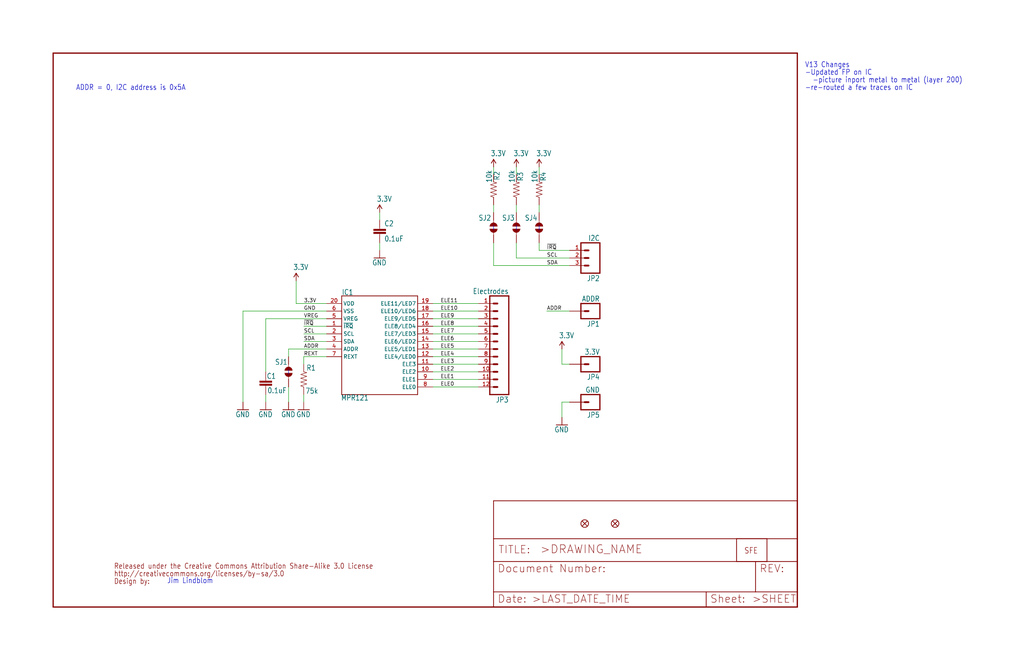
<source format=kicad_sch>
(kicad_sch (version 20211123) (generator eeschema)
  (paper "User" 342.519 223.926)
  (lib_symbols
    (symbol "eagleSchem-eagle-import:3.3V" (power)
      (property "Value" "3.3V" (at -1.016 3.556 0))
      (symbol "3.3V_1_0"
        (polyline (pts (xy 0 2.54) (xy -0.762 1.27)) (stroke (width 0.254)))
        (polyline (pts (xy 0.762 1.27) (xy 0 2.54)) (stroke (width 0.254)))
        (pin power_in line (at 0 0 90) (length 2.54) (name "3.3V") (number "1"))
      )
    )
    (symbol "eagleSchem-eagle-import:CAP0603-CAP"
      (property "Reference" "C" (at 1.524 2.921 0))
      (property "Value" "CAP0603-CAP" (at 1.524 -2.159 0))
      (symbol "CAP0603-CAP_1_0"
        (rectangle (start -2.032 0.508) (end 2.032 1.016) (fill (type outline)))
        (rectangle (start -2.032 1.524) (end 2.032 2.032) (fill (type outline)))
        (polyline (pts (xy 0 0) (xy 0 0.508)) (stroke (width 0.1524)))
        (polyline (pts (xy 0 2.54) (xy 0 2.032)) (stroke (width 0.1524)))
        (pin passive line (at 0 5.08 270) (length 2.54) (name "1") (number "1"))
        (pin passive line (at 0 -2.54 90) (length 2.54) (name "2") (number "2"))
      )
    )
    (symbol "eagleSchem-eagle-import:CREATIVE_COMMONS"
      (symbol "CREATIVE_COMMONS_1_0"
        (text "Design by:" (at 0 0 0) (effects (font (size 1.778 1.5113)) (justify left bottom)))
        (text "http://creativecommons.org/licenses/by-sa/3.0" (at 0 2.54 0) (effects (font (size 1.778 1.5113)) (justify left bottom)))
        (text "Released under the Creative Commons Attribution Share-Alike 3.0 License" (at 0 5.08 0) (effects (font (size 1.778 1.5113)) (justify left bottom)))
      )
    )
    (symbol "eagleSchem-eagle-import:FIDUCIAL1X2"
      (symbol "FIDUCIAL1X2_1_0"
        (polyline (pts (xy -0.762 0.762) (xy 0.762 -0.762)) (stroke (width 0.254)))
        (polyline (pts (xy 0.762 0.762) (xy -0.762 -0.762)) (stroke (width 0.254)))
        (circle (center 0 0) (radius 1.27) (stroke (width 0.254)))
      )
    )
    (symbol "eagleSchem-eagle-import:FRAME-LETTER"
      (symbol "FRAME-LETTER_1_0"
        (polyline (pts (xy 0 0) (xy 248.92 0)) (stroke (width 0.4064)))
        (polyline (pts (xy 0 185.42) (xy 0 0)) (stroke (width 0.4064)))
        (polyline (pts (xy 0 185.42) (xy 248.92 185.42)) (stroke (width 0.4064)))
        (polyline (pts (xy 248.92 185.42) (xy 248.92 0)) (stroke (width 0.4064)))
      )
      (symbol "FRAME-LETTER_2_0"
        (polyline (pts (xy 0 0) (xy 0 5.08)) (stroke (width 0.254)))
        (polyline (pts (xy 0 0) (xy 71.12 0)) (stroke (width 0.254)))
        (polyline (pts (xy 0 5.08) (xy 0 15.24)) (stroke (width 0.254)))
        (polyline (pts (xy 0 5.08) (xy 71.12 5.08)) (stroke (width 0.254)))
        (polyline (pts (xy 0 15.24) (xy 0 22.86)) (stroke (width 0.254)))
        (polyline (pts (xy 0 22.86) (xy 0 35.56)) (stroke (width 0.254)))
        (polyline (pts (xy 0 22.86) (xy 101.6 22.86)) (stroke (width 0.254)))
        (polyline (pts (xy 71.12 0) (xy 101.6 0)) (stroke (width 0.254)))
        (polyline (pts (xy 71.12 5.08) (xy 71.12 0)) (stroke (width 0.254)))
        (polyline (pts (xy 71.12 5.08) (xy 87.63 5.08)) (stroke (width 0.254)))
        (polyline (pts (xy 87.63 5.08) (xy 101.6 5.08)) (stroke (width 0.254)))
        (polyline (pts (xy 87.63 15.24) (xy 0 15.24)) (stroke (width 0.254)))
        (polyline (pts (xy 87.63 15.24) (xy 87.63 5.08)) (stroke (width 0.254)))
        (polyline (pts (xy 101.6 5.08) (xy 101.6 0)) (stroke (width 0.254)))
        (polyline (pts (xy 101.6 15.24) (xy 87.63 15.24)) (stroke (width 0.254)))
        (polyline (pts (xy 101.6 15.24) (xy 101.6 5.08)) (stroke (width 0.254)))
        (polyline (pts (xy 101.6 22.86) (xy 101.6 15.24)) (stroke (width 0.254)))
        (polyline (pts (xy 101.6 35.56) (xy 0 35.56)) (stroke (width 0.254)))
        (polyline (pts (xy 101.6 35.56) (xy 101.6 22.86)) (stroke (width 0.254)))
        (text ">DRAWING_NAME" (at 15.494 17.78 0) (effects (font (size 2.7432 2.7432)) (justify left bottom)))
        (text ">LAST_DATE_TIME" (at 12.7 1.27 0) (effects (font (size 2.54 2.54)) (justify left bottom)))
        (text ">SHEET" (at 86.36 1.27 0) (effects (font (size 2.54 2.54)) (justify left bottom)))
        (text "Date:" (at 1.27 1.27 0) (effects (font (size 2.54 2.54)) (justify left bottom)))
        (text "Document Number:" (at 1.27 11.43 0) (effects (font (size 2.54 2.54)) (justify left bottom)))
        (text "REV:" (at 88.9 11.43 0) (effects (font (size 2.54 2.54)) (justify left bottom)))
        (text "Sheet:" (at 72.39 1.27 0) (effects (font (size 2.54 2.54)) (justify left bottom)))
        (text "TITLE:" (at 1.524 17.78 0) (effects (font (size 2.54 2.54)) (justify left bottom)))
      )
    )
    (symbol "eagleSchem-eagle-import:GND" (power)
      (property "Value" "GND" (at -2.54 -2.54 0))
      (symbol "GND_1_0"
        (polyline (pts (xy -1.905 0) (xy 1.905 0)) (stroke (width 0.254)))
        (pin power_in line (at 0 2.54 270) (length 2.54) (name "GND") (number "1"))
      )
    )
    (symbol "eagleSchem-eagle-import:LOGO-SFENEW"
      (symbol "LOGO-SFENEW_1_0"
        (polyline (pts (xy -2.54 -2.54) (xy 7.62 -2.54)) (stroke (width 0.254)))
        (polyline (pts (xy -2.54 5.08) (xy -2.54 -2.54)) (stroke (width 0.254)))
        (polyline (pts (xy 7.62 -2.54) (xy 7.62 5.08)) (stroke (width 0.254)))
        (polyline (pts (xy 7.62 5.08) (xy -2.54 5.08)) (stroke (width 0.254)))
        (text "SFE" (at 0 0 0) (effects (font (size 1.9304 1.6408)) (justify left bottom)))
      )
    )
    (symbol "eagleSchem-eagle-import:M01PTH"
      (property "Reference" "JP" (at -2.54 3.302 0))
      (property "Value" "M01PTH" (at -2.54 -5.08 0))
      (symbol "M01PTH_1_0"
        (polyline (pts (xy -2.54 2.54) (xy -2.54 -2.54)) (stroke (width 0.4064)))
        (polyline (pts (xy -2.54 2.54) (xy 3.81 2.54)) (stroke (width 0.4064)))
        (polyline (pts (xy 1.27 0) (xy 2.54 0)) (stroke (width 0.6096)))
        (polyline (pts (xy 3.81 -2.54) (xy -2.54 -2.54)) (stroke (width 0.4064)))
        (polyline (pts (xy 3.81 -2.54) (xy 3.81 2.54)) (stroke (width 0.4064)))
        (pin passive line (at 7.62 0 180) (length 5.08) (name "1") (number "1"))
      )
    )
    (symbol "eagleSchem-eagle-import:M03PTH"
      (property "Reference" "JP" (at -2.54 5.842 0))
      (property "Value" "M03PTH" (at -2.54 -7.62 0))
      (symbol "M03PTH_1_0"
        (polyline (pts (xy -2.54 5.08) (xy -2.54 -5.08)) (stroke (width 0.4064)))
        (polyline (pts (xy -2.54 5.08) (xy 3.81 5.08)) (stroke (width 0.4064)))
        (polyline (pts (xy 1.27 -2.54) (xy 2.54 -2.54)) (stroke (width 0.6096)))
        (polyline (pts (xy 1.27 0) (xy 2.54 0)) (stroke (width 0.6096)))
        (polyline (pts (xy 1.27 2.54) (xy 2.54 2.54)) (stroke (width 0.6096)))
        (polyline (pts (xy 3.81 -5.08) (xy -2.54 -5.08)) (stroke (width 0.4064)))
        (polyline (pts (xy 3.81 -5.08) (xy 3.81 5.08)) (stroke (width 0.4064)))
        (pin passive line (at 7.62 -2.54 180) (length 5.08) (name "1") (number "1"))
        (pin passive line (at 7.62 0 180) (length 5.08) (name "2") (number "2"))
        (pin passive line (at 7.62 2.54 180) (length 5.08) (name "3") (number "3"))
      )
    )
    (symbol "eagleSchem-eagle-import:M12PTH"
      (property "Reference" "JP" (at 0 16.002 0))
      (property "Value" "M12PTH" (at 0 -20.32 0))
      (symbol "M12PTH_1_0"
        (polyline (pts (xy 0 15.24) (xy 0 -17.78)) (stroke (width 0.4064)))
        (polyline (pts (xy 0 15.24) (xy 6.35 15.24)) (stroke (width 0.4064)))
        (polyline (pts (xy 3.81 -15.24) (xy 5.08 -15.24)) (stroke (width 0.6096)))
        (polyline (pts (xy 3.81 -12.7) (xy 5.08 -12.7)) (stroke (width 0.6096)))
        (polyline (pts (xy 3.81 -10.16) (xy 5.08 -10.16)) (stroke (width 0.6096)))
        (polyline (pts (xy 3.81 -7.62) (xy 5.08 -7.62)) (stroke (width 0.6096)))
        (polyline (pts (xy 3.81 -5.08) (xy 5.08 -5.08)) (stroke (width 0.6096)))
        (polyline (pts (xy 3.81 -2.54) (xy 5.08 -2.54)) (stroke (width 0.6096)))
        (polyline (pts (xy 3.81 0) (xy 5.08 0)) (stroke (width 0.6096)))
        (polyline (pts (xy 3.81 2.54) (xy 5.08 2.54)) (stroke (width 0.6096)))
        (polyline (pts (xy 3.81 5.08) (xy 5.08 5.08)) (stroke (width 0.6096)))
        (polyline (pts (xy 3.81 7.62) (xy 5.08 7.62)) (stroke (width 0.6096)))
        (polyline (pts (xy 3.81 10.16) (xy 5.08 10.16)) (stroke (width 0.6096)))
        (polyline (pts (xy 3.81 12.7) (xy 5.08 12.7)) (stroke (width 0.6096)))
        (polyline (pts (xy 6.35 -17.78) (xy 0 -17.78)) (stroke (width 0.4064)))
        (polyline (pts (xy 6.35 -17.78) (xy 6.35 15.24)) (stroke (width 0.4064)))
        (pin passive line (at 10.16 -15.24 180) (length 5.08) (name "1") (number "1"))
        (pin passive line (at 10.16 7.62 180) (length 5.08) (name "10") (number "10"))
        (pin passive line (at 10.16 10.16 180) (length 5.08) (name "11") (number "11"))
        (pin passive line (at 10.16 12.7 180) (length 5.08) (name "12") (number "12"))
        (pin passive line (at 10.16 -12.7 180) (length 5.08) (name "2") (number "2"))
        (pin passive line (at 10.16 -10.16 180) (length 5.08) (name "3") (number "3"))
        (pin passive line (at 10.16 -7.62 180) (length 5.08) (name "4") (number "4"))
        (pin passive line (at 10.16 -5.08 180) (length 5.08) (name "5") (number "5"))
        (pin passive line (at 10.16 -2.54 180) (length 5.08) (name "6") (number "6"))
        (pin passive line (at 10.16 0 180) (length 5.08) (name "7") (number "7"))
        (pin passive line (at 10.16 2.54 180) (length 5.08) (name "8") (number "8"))
        (pin passive line (at 10.16 5.08 180) (length 5.08) (name "9") (number "9"))
      )
    )
    (symbol "eagleSchem-eagle-import:MPR121V2"
      (property "Value" "MPR121V2" (at -12.954 -17.272 0))
      (symbol "MPR121V2_1_0"
        (polyline (pts (xy -12.7 -15.24) (xy -12.7 17.78)) (stroke (width 0.254)))
        (polyline (pts (xy -12.7 17.78) (xy 12.7 17.78)) (stroke (width 0.254)))
        (polyline (pts (xy 12.7 -15.24) (xy -12.7 -15.24)) (stroke (width 0.254)))
        (polyline (pts (xy 12.7 17.78) (xy 12.7 -15.24)) (stroke (width 0.254)))
        (pin bidirectional line (at -17.78 7.62 0) (length 5.08) (name "~{IRQ}") (number "1"))
        (pin bidirectional line (at 17.78 -7.62 180) (length 5.08) (name "ELE2") (number "10"))
        (pin bidirectional line (at 17.78 -5.08 180) (length 5.08) (name "ELE3") (number "11"))
        (pin bidirectional line (at 17.78 -2.54 180) (length 5.08) (name "ELE4/LED0") (number "12"))
        (pin bidirectional line (at 17.78 0 180) (length 5.08) (name "ELE5/LED1") (number "13"))
        (pin bidirectional line (at 17.78 2.54 180) (length 5.08) (name "ELE6/LED2") (number "14"))
        (pin bidirectional line (at 17.78 5.08 180) (length 5.08) (name "ELE7/LED3") (number "15"))
        (pin bidirectional line (at 17.78 7.62 180) (length 5.08) (name "ELE8/LED4") (number "16"))
        (pin bidirectional line (at 17.78 10.16 180) (length 5.08) (name "ELE9/LED5") (number "17"))
        (pin bidirectional line (at 17.78 12.7 180) (length 5.08) (name "ELE10/LED6") (number "18"))
        (pin bidirectional line (at 17.78 15.24 180) (length 5.08) (name "ELE11/LED7") (number "19"))
        (pin bidirectional line (at -17.78 5.08 0) (length 5.08) (name "SCL") (number "2"))
        (pin bidirectional line (at -17.78 15.24 0) (length 5.08) (name "VDD") (number "20"))
        (pin bidirectional line (at -17.78 2.54 0) (length 5.08) (name "SDA") (number "3"))
        (pin bidirectional line (at -17.78 0 0) (length 5.08) (name "ADDR") (number "4"))
        (pin bidirectional line (at -17.78 10.16 0) (length 5.08) (name "VREG") (number "5"))
        (pin bidirectional line (at -17.78 12.7 0) (length 5.08) (name "VSS") (number "6"))
        (pin bidirectional line (at -17.78 -2.54 0) (length 5.08) (name "REXT") (number "7"))
        (pin bidirectional line (at 17.78 -12.7 180) (length 5.08) (name "ELE0") (number "8"))
        (pin bidirectional line (at 17.78 -10.16 180) (length 5.08) (name "ELE1") (number "9"))
      )
    )
    (symbol "eagleSchem-eagle-import:RESISTOR0603-RES"
      (property "Reference" "R" (at -3.81 1.4986 0))
      (property "Value" "RESISTOR0603-RES" (at -3.81 -3.302 0))
      (symbol "RESISTOR0603-RES_1_0"
        (polyline (pts (xy -2.54 0) (xy -2.159 1.016)) (stroke (width 0.1524)))
        (polyline (pts (xy -2.159 1.016) (xy -1.524 -1.016)) (stroke (width 0.1524)))
        (polyline (pts (xy -1.524 -1.016) (xy -0.889 1.016)) (stroke (width 0.1524)))
        (polyline (pts (xy -0.889 1.016) (xy -0.254 -1.016)) (stroke (width 0.1524)))
        (polyline (pts (xy -0.254 -1.016) (xy 0.381 1.016)) (stroke (width 0.1524)))
        (polyline (pts (xy 0.381 1.016) (xy 1.016 -1.016)) (stroke (width 0.1524)))
        (polyline (pts (xy 1.016 -1.016) (xy 1.651 1.016)) (stroke (width 0.1524)))
        (polyline (pts (xy 1.651 1.016) (xy 2.286 -1.016)) (stroke (width 0.1524)))
        (polyline (pts (xy 2.286 -1.016) (xy 2.54 0)) (stroke (width 0.1524)))
        (pin passive line (at -5.08 0 0) (length 2.54) (name "1") (number "1"))
        (pin passive line (at 5.08 0 180) (length 2.54) (name "2") (number "2"))
      )
    )
    (symbol "eagleSchem-eagle-import:SOLDERJUMPERTRACE"
      (property "Reference" "SJ" (at -2.54 2.54 0))
      (symbol "SOLDERJUMPERTRACE_1_0"
        (arc (start -0.381 1.2699) (mid -1.6508 0) (end -0.381 -1.2699) (stroke (width 0.0001)) (fill (type outline)))
        (polyline (pts (xy -2.54 0) (xy -1.651 0)) (stroke (width 0.1524)))
        (polyline (pts (xy 2.54 0) (xy 1.651 0)) (stroke (width 0.1524)))
        (arc (start 0.381 -1.2699) (mid 1.6508 0) (end 0.381 1.2699) (stroke (width 0.0001)) (fill (type outline)))
        (pin passive line (at -5.08 0 0) (length 2.54) (name "1") (number "1"))
        (pin passive line (at 5.08 0 180) (length 2.54) (name "2") (number "2"))
      )
    )
  )
  (wire (pts (xy 172.72 81.28) (xy 172.72 86.36)))
  (wire (pts (xy 101.6 132.08) (xy 101.6 134.62)))
  (wire (pts (xy 144.78 109.22) (xy 160.02 109.22)))
  (wire (pts (xy 144.78 124.46) (xy 160.02 124.46)))
  (wire (pts (xy 190.5 121.92) (xy 187.96 121.92)))
  (polyline (pts (xy 96.52 123.698) (xy 96.52 125.222)))
  (wire (pts (xy 172.72 55.88) (xy 172.72 58.42)))
  (wire (pts (xy 172.72 68.58) (xy 172.72 71.12)))
  (wire (pts (xy 165.1 68.58) (xy 165.1 71.12)))
  (polyline (pts (xy 180.34 75.438) (xy 180.34 76.962)))
  (wire (pts (xy 101.6 119.38) (xy 101.6 121.92)))
  (wire (pts (xy 109.22 101.6) (xy 99.06 101.6)))
  (wire (pts (xy 127 73.66) (xy 127 71.12)))
  (wire (pts (xy 165.1 88.9) (xy 165.1 81.28)))
  (wire (pts (xy 99.06 101.6) (xy 99.06 93.98)))
  (wire (pts (xy 144.78 114.3) (xy 160.02 114.3)))
  (wire (pts (xy 187.96 121.92) (xy 187.96 116.84)))
  (wire (pts (xy 144.78 121.92) (xy 160.02 121.92)))
  (wire (pts (xy 144.78 101.6) (xy 160.02 101.6)))
  (wire (pts (xy 190.5 83.82) (xy 180.34 83.82)))
  (wire (pts (xy 180.34 81.28) (xy 180.34 83.82)))
  (wire (pts (xy 144.78 104.14) (xy 160.02 104.14)))
  (wire (pts (xy 190.5 134.62) (xy 187.96 134.62)))
  (wire (pts (xy 109.22 119.38) (xy 101.6 119.38)))
  (wire (pts (xy 81.28 134.62) (xy 81.28 104.14)))
  (wire (pts (xy 81.28 104.14) (xy 109.22 104.14)))
  (wire (pts (xy 190.5 88.9) (xy 165.1 88.9)))
  (wire (pts (xy 172.72 86.36) (xy 190.5 86.36)))
  (wire (pts (xy 165.1 55.88) (xy 165.1 58.42)))
  (wire (pts (xy 96.52 116.84) (xy 96.52 119.38)))
  (wire (pts (xy 88.9 132.08) (xy 88.9 134.62)))
  (wire (pts (xy 96.52 129.54) (xy 96.52 134.62)))
  (wire (pts (xy 180.34 68.58) (xy 180.34 71.12)))
  (wire (pts (xy 144.78 119.38) (xy 160.02 119.38)))
  (wire (pts (xy 187.96 134.62) (xy 187.96 139.7)))
  (wire (pts (xy 88.9 106.68) (xy 88.9 124.46)))
  (wire (pts (xy 144.78 106.68) (xy 160.02 106.68)))
  (wire (pts (xy 144.78 129.54) (xy 160.02 129.54)))
  (wire (pts (xy 127 83.82) (xy 127 81.28)))
  (wire (pts (xy 109.22 114.3) (xy 101.6 114.3)))
  (wire (pts (xy 109.22 106.68) (xy 88.9 106.68)))
  (wire (pts (xy 144.78 127) (xy 160.02 127)))
  (wire (pts (xy 190.5 104.14) (xy 182.88 104.14)))
  (wire (pts (xy 144.78 116.84) (xy 160.02 116.84)))
  (wire (pts (xy 109.22 116.84) (xy 96.52 116.84)))
  (wire (pts (xy 109.22 111.76) (xy 101.6 111.76)))
  (wire (pts (xy 144.78 111.76) (xy 160.02 111.76)))
  (polyline (pts (xy 172.72 75.438) (xy 172.72 76.962)))
  (wire (pts (xy 180.34 55.88) (xy 180.34 58.42)))
  (polyline (pts (xy 165.1 75.438) (xy 165.1 76.962)))
  (wire (pts (xy 109.22 109.22) (xy 101.6 109.22)))
  (text "Jim Lindblom" (at 55.88 195.58 180) (effects (font (size 1.778 1.5113)) (justify left bottom)))
  (text "-Updated FP on IC" (at 269.24 25.4 180) (effects (font (size 1.778 1.5113)) (justify left bottom)))
  (text "ADDR = 0, I2C address is 0x5A" (at 25.4 30.48 180) (effects (font (size 1.778 1.5113)) (justify left bottom)))
  (text "V13 Changes" (at 269.24 22.86 180) (effects (font (size 1.778 1.5113)) (justify left bottom)))
  (text "-picture inport metal to metal (layer 200)" (at 271.78 27.94 180) (effects (font (size 1.778 1.5113)) (justify left bottom)))
  (text "-re-routed a few traces on IC" (at 269.24 30.48 180) (effects (font (size 1.778 1.5113)) (justify left bottom)))
  (label "~{IRQ}" (at 182.88 83.82 0) (effects (font (size 1.2446 1.2446))))
  (label "ELE10" (at 147.32 104.14 0) (effects (font (size 1.2446 1.2446))))
  (label "SCL" (at 101.6 111.76 0) (effects (font (size 1.2446 1.2446))))
  (label "~{IRQ}" (at 101.6 109.22 0) (effects (font (size 1.2446 1.2446))))
  (label "ELE4" (at 147.32 119.38 0) (effects (font (size 1.2446 1.2446))))
  (label "ELE2" (at 147.32 124.46 0) (effects (font (size 1.2446 1.2446))))
  (label "ELE3" (at 147.32 121.92 0) (effects (font (size 1.2446 1.2446))))
  (label "ELE9" (at 147.32 106.68 0) (effects (font (size 1.2446 1.2446))))
  (label "ADDR" (at 101.6 116.84 0) (effects (font (size 1.2446 1.2446))))
  (label "REXT" (at 101.6 119.38 0) (effects (font (size 1.2446 1.2446))))
  (label "SCL" (at 182.88 86.36 0) (effects (font (size 1.2446 1.2446))))
  (label "ELE7" (at 147.32 111.76 0) (effects (font (size 1.2446 1.2446))))
  (label "ELE8" (at 147.32 109.22 0) (effects (font (size 1.2446 1.2446))))
  (label "ELE5" (at 147.32 116.84 0) (effects (font (size 1.2446 1.2446))))
  (label "ADDR" (at 182.88 104.14 0) (effects (font (size 1.2446 1.2446))))
  (label "GND" (at 101.6 104.14 0) (effects (font (size 1.2446 1.2446))))
  (label "3.3V" (at 101.6 101.6 0) (effects (font (size 1.2446 1.2446))))
  (label "VREG" (at 101.6 106.68 0) (effects (font (size 1.2446 1.2446))))
  (label "ELE11" (at 147.32 101.6 0) (effects (font (size 1.2446 1.2446))))
  (label "SDA" (at 101.6 114.3 0) (effects (font (size 1.2446 1.2446))))
  (label "ELE6" (at 147.32 114.3 0) (effects (font (size 1.2446 1.2446))))
  (label "SDA" (at 182.88 88.9 0) (effects (font (size 1.2446 1.2446))))
  (label "ELE0" (at 147.32 129.54 0) (effects (font (size 1.2446 1.2446))))
  (label "ELE1" (at 147.32 127 0) (effects (font (size 1.2446 1.2446))))
  (symbol (lib_id "eagleSchem-eagle-import:3.3V") (at 187.96 116.84 0) (unit 1)
    (property "Reference" "#P+6" (effects hide))
    (property "Value" "3.3V" (at 186.944 113.284 0) (effects (font (size 1.778 1.5113)) (justify left bottom)))
    (property "Footprint" "eagleSchem:" (effects hide))
  )
  (symbol (lib_id "eagleSchem-eagle-import:FRAME-LETTER") (at 165.1 203.2 0) (unit 2)
    (property "Reference" "#FRAME1" (effects hide))
    (property "Value" "FRAME-LETTER" (effects hide))
    (property "Footprint" "eagleSchem:" (effects hide))
  )
  (symbol (lib_id "eagleSchem-eagle-import:GND") (at 127 86.36 0) (unit 1)
    (property "Reference" "#GND5" (effects hide))
    (property "Value" "GND" (at 124.46 88.9 0) (effects (font (size 1.778 1.5113)) (justify left bottom)))
    (property "Footprint" "eagleSchem:" (effects hide))
  )
  (symbol (lib_id "eagleSchem-eagle-import:GND") (at 96.52 137.16 0) (unit 1)
    (property "Reference" "#GND3" (effects hide))
    (property "Value" "GND" (at 93.98 139.7 0) (effects (font (size 1.778 1.5113)) (justify left bottom)))
    (property "Footprint" "eagleSchem:" (effects hide))
  )
  (symbol (lib_id "eagleSchem-eagle-import:FRAME-LETTER") (at 17.78 203.2 0) (unit 1)
    (property "Reference" "#FRAME1" (effects hide))
    (property "Value" "FRAME-LETTER" (effects hide))
    (property "Footprint" "eagleSchem:" (effects hide))
  )
  (symbol (lib_id "eagleSchem-eagle-import:M03PTH") (at 198.12 86.36 180) (unit 1)
    (property "Reference" "JP2" (at 200.66 92.202 0) (effects (font (size 1.778 1.5113)) (justify left bottom)))
    (property "Value" "I2C" (at 200.66 78.74 0) (effects (font (size 1.778 1.5113)) (justify left bottom)))
    (property "Footprint" "eagleSchem:1X03" (effects hide))
  )
  (symbol (lib_id "eagleSchem-eagle-import:RESISTOR0603-RES") (at 180.34 63.5 90) (unit 1)
    (property "Reference" "R4" (at 182.6514 60.706 0) (effects (font (size 1.778 1.5113)) (justify left bottom)))
    (property "Value" "10k" (at 179.832 61.214 0) (effects (font (size 1.778 1.5113)) (justify left bottom)))
    (property "Footprint" "eagleSchem:0603-RES" (effects hide))
  )
  (symbol (lib_id "eagleSchem-eagle-import:FIDUCIAL1X2") (at 205.74 175.26 0) (unit 1)
    (property "Reference" "JP9" (effects hide))
    (property "Value" "FIDUCIAL1X2" (effects hide))
    (property "Footprint" "eagleSchem:FIDUCIAL-1X2" (effects hide))
  )
  (symbol (lib_id "eagleSchem-eagle-import:M01PTH") (at 198.12 134.62 180) (unit 1)
    (property "Reference" "JP5" (at 200.66 137.922 0) (effects (font (size 1.778 1.5113)) (justify left bottom)))
    (property "Value" "GND" (at 200.66 129.54 0) (effects (font (size 1.778 1.5113)) (justify left bottom)))
    (property "Footprint" "eagleSchem:1X01" (effects hide))
  )
  (symbol (lib_id "eagleSchem-eagle-import:FIDUCIAL1X2") (at 195.58 175.26 0) (unit 1)
    (property "Reference" "JP8" (effects hide))
    (property "Value" "FIDUCIAL1X2" (effects hide))
    (property "Footprint" "eagleSchem:FIDUCIAL-1X2" (effects hide))
  )
  (symbol (lib_id "eagleSchem-eagle-import:SOLDERJUMPERTRACE") (at 96.52 124.46 90) (unit 1)
    (property "Reference" "SJ1" (at 91.948 122.174 90) (effects (font (size 1.778 1.5113)) (justify right top)))
    (property "Value" "SOLDERJUMPERTRACE" (effects hide))
    (property "Footprint" "eagleSchem:SJ_2S-TRACE" (effects hide))
  )
  (symbol (lib_id "eagleSchem-eagle-import:M01PTH") (at 198.12 104.14 180) (unit 1)
    (property "Reference" "JP1" (at 200.66 107.442 0) (effects (font (size 1.778 1.5113)) (justify left bottom)))
    (property "Value" "ADDR" (at 200.66 99.06 0) (effects (font (size 1.778 1.5113)) (justify left bottom)))
    (property "Footprint" "eagleSchem:1X01" (effects hide))
  )
  (symbol (lib_id "eagleSchem-eagle-import:MPR121V2") (at 127 116.84 0) (unit 1)
    (property "Reference" "IC1" (at 114.3 98.806 0) (effects (font (size 1.778 1.5113)) (justify left bottom)))
    (property "Value" "MPR121" (at 114.046 134.112 0) (effects (font (size 1.778 1.5113)) (justify left bottom)))
    (property "Footprint" "eagleSchem:QFN-20-0.4MM-V2" (effects hide))
  )
  (symbol (lib_id "eagleSchem-eagle-import:GND") (at 101.6 137.16 0) (unit 1)
    (property "Reference" "#GND2" (effects hide))
    (property "Value" "GND" (at 99.06 139.7 0) (effects (font (size 1.778 1.5113)) (justify left bottom)))
    (property "Footprint" "eagleSchem:" (effects hide))
  )
  (symbol (lib_id "eagleSchem-eagle-import:M01PTH") (at 198.12 121.92 180) (unit 1)
    (property "Reference" "JP4" (at 200.66 125.222 0) (effects (font (size 1.778 1.5113)) (justify left bottom)))
    (property "Value" "3.3V" (at 200.66 116.84 0) (effects (font (size 1.778 1.5113)) (justify left bottom)))
    (property "Footprint" "eagleSchem:1X01" (effects hide))
  )
  (symbol (lib_id "eagleSchem-eagle-import:LOGO-SFENEW") (at 248.92 185.42 0) (unit 1)
    (property "Reference" "JP7" (effects hide))
    (property "Value" "LOGO-SFENEW" (effects hide))
    (property "Footprint" "eagleSchem:SFE-NEW-WEBLOGO" (effects hide))
  )
  (symbol (lib_id "eagleSchem-eagle-import:RESISTOR0603-RES") (at 172.72 63.5 90) (unit 1)
    (property "Reference" "R3" (at 175.0314 60.706 0) (effects (font (size 1.778 1.5113)) (justify left bottom)))
    (property "Value" "10k" (at 172.212 61.214 0) (effects (font (size 1.778 1.5113)) (justify left bottom)))
    (property "Footprint" "eagleSchem:0603-RES" (effects hide))
  )
  (symbol (lib_id "eagleSchem-eagle-import:RESISTOR0603-RES") (at 101.6 127 90) (unit 1)
    (property "Reference" "R1" (at 105.664 122.1486 90) (effects (font (size 1.778 1.5113)) (justify left bottom)))
    (property "Value" "75k" (at 102.108 131.826 90) (effects (font (size 1.778 1.5113)) (justify right top)))
    (property "Footprint" "eagleSchem:0603-RES" (effects hide))
  )
  (symbol (lib_id "eagleSchem-eagle-import:3.3V") (at 127 71.12 0) (unit 1)
    (property "Reference" "#P+5" (effects hide))
    (property "Value" "3.3V" (at 125.984 67.564 0) (effects (font (size 1.778 1.5113)) (justify left bottom)))
    (property "Footprint" "eagleSchem:" (effects hide))
  )
  (symbol (lib_id "eagleSchem-eagle-import:CREATIVE_COMMONS") (at 38.1 195.58 0) (unit 1)
    (property "Reference" "U$1" (effects hide))
    (property "Value" "CREATIVE_COMMONS" (effects hide))
    (property "Footprint" "eagleSchem:CREATIVE_COMMONS" (effects hide))
  )
  (symbol (lib_id "eagleSchem-eagle-import:GND") (at 88.9 137.16 0) (unit 1)
    (property "Reference" "#GND1" (effects hide))
    (property "Value" "GND" (at 86.36 139.7 0) (effects (font (size 1.778 1.5113)) (justify left bottom)))
    (property "Footprint" "eagleSchem:" (effects hide))
  )
  (symbol (lib_id "eagleSchem-eagle-import:SOLDERJUMPERTRACE") (at 180.34 76.2 90) (unit 1)
    (property "Reference" "SJ4" (at 175.514 73.914 90) (effects (font (size 1.778 1.5113)) (justify right top)))
    (property "Value" "SOLDERJUMPERTRACE" (effects hide))
    (property "Footprint" "eagleSchem:SJ_2S-TRACE" (effects hide))
  )
  (symbol (lib_id "eagleSchem-eagle-import:3.3V") (at 165.1 55.88 0) (unit 1)
    (property "Reference" "#P+1" (effects hide))
    (property "Value" "3.3V" (at 164.084 52.324 0) (effects (font (size 1.778 1.5113)) (justify left bottom)))
    (property "Footprint" "eagleSchem:" (effects hide))
  )
  (symbol (lib_id "eagleSchem-eagle-import:SOLDERJUMPERTRACE") (at 165.1 76.2 90) (unit 1)
    (property "Reference" "SJ2" (at 160.02 73.914 90) (effects (font (size 1.778 1.5113)) (justify right top)))
    (property "Value" "SOLDERJUMPERTRACE" (effects hide))
    (property "Footprint" "eagleSchem:SJ_2S-TRACE" (effects hide))
  )
  (symbol (lib_id "eagleSchem-eagle-import:CAP0603-CAP") (at 88.9 129.54 0) (unit 1)
    (property "Reference" "C1" (at 89.154 126.873 0) (effects (font (size 1.778 1.5113)) (justify left bottom)))
    (property "Value" "0.1uF" (at 89.408 131.699 0) (effects (font (size 1.778 1.5113)) (justify left bottom)))
    (property "Footprint" "eagleSchem:0603-CAP" (effects hide))
  )
  (symbol (lib_id "eagleSchem-eagle-import:SOLDERJUMPERTRACE") (at 172.72 76.2 90) (unit 1)
    (property "Reference" "SJ3" (at 167.894 73.914 90) (effects (font (size 1.778 1.5113)) (justify right top)))
    (property "Value" "SOLDERJUMPERTRACE" (effects hide))
    (property "Footprint" "eagleSchem:SJ_2S-TRACE" (effects hide))
  )
  (symbol (lib_id "eagleSchem-eagle-import:RESISTOR0603-RES") (at 165.1 63.5 90) (unit 1)
    (property "Reference" "R2" (at 167.1574 60.452 0) (effects (font (size 1.778 1.5113)) (justify left bottom)))
    (property "Value" "10k" (at 164.592 61.214 0) (effects (font (size 1.778 1.5113)) (justify left bottom)))
    (property "Footprint" "eagleSchem:0603-RES" (effects hide))
  )
  (symbol (lib_id "eagleSchem-eagle-import:3.3V") (at 99.06 93.98 0) (unit 1)
    (property "Reference" "#P+4" (effects hide))
    (property "Value" "3.3V" (at 98.044 90.424 0) (effects (font (size 1.778 1.5113)) (justify left bottom)))
    (property "Footprint" "eagleSchem:" (effects hide))
  )
  (symbol (lib_id "eagleSchem-eagle-import:M12PTH") (at 170.18 116.84 180) (unit 1)
    (property "Reference" "JP3" (at 170.18 132.842 0) (effects (font (size 1.778 1.5113)) (justify left bottom)))
    (property "Value" "Electrodes" (at 170.18 96.52 0) (effects (font (size 1.778 1.5113)) (justify left bottom)))
    (property "Footprint" "eagleSchem:1X12" (effects hide))
  )
  (symbol (lib_id "eagleSchem-eagle-import:GND") (at 81.28 137.16 0) (unit 1)
    (property "Reference" "#GND4" (effects hide))
    (property "Value" "GND" (at 78.74 139.7 0) (effects (font (size 1.778 1.5113)) (justify left bottom)))
    (property "Footprint" "eagleSchem:" (effects hide))
  )
  (symbol (lib_id "eagleSchem-eagle-import:3.3V") (at 172.72 55.88 0) (unit 1)
    (property "Reference" "#P+2" (effects hide))
    (property "Value" "3.3V" (at 171.704 52.324 0) (effects (font (size 1.778 1.5113)) (justify left bottom)))
    (property "Footprint" "eagleSchem:" (effects hide))
  )
  (symbol (lib_id "eagleSchem-eagle-import:GND") (at 187.96 142.24 0) (unit 1)
    (property "Reference" "#GND6" (effects hide))
    (property "Value" "GND" (at 185.42 144.78 0) (effects (font (size 1.778 1.5113)) (justify left bottom)))
    (property "Footprint" "eagleSchem:" (effects hide))
  )
  (symbol (lib_id "eagleSchem-eagle-import:CAP0603-CAP") (at 127 78.74 0) (unit 1)
    (property "Reference" "C2" (at 128.524 75.819 0) (effects (font (size 1.778 1.5113)) (justify left bottom)))
    (property "Value" "0.1uF" (at 128.524 80.899 0) (effects (font (size 1.778 1.5113)) (justify left bottom)))
    (property "Footprint" "eagleSchem:0603-CAP" (effects hide))
  )
  (symbol (lib_id "eagleSchem-eagle-import:3.3V") (at 180.34 55.88 0) (unit 1)
    (property "Reference" "#P+3" (effects hide))
    (property "Value" "3.3V" (at 179.324 52.324 0) (effects (font (size 1.778 1.5113)) (justify left bottom)))
    (property "Footprint" "eagleSchem:" (effects hide))
  )
)
</source>
